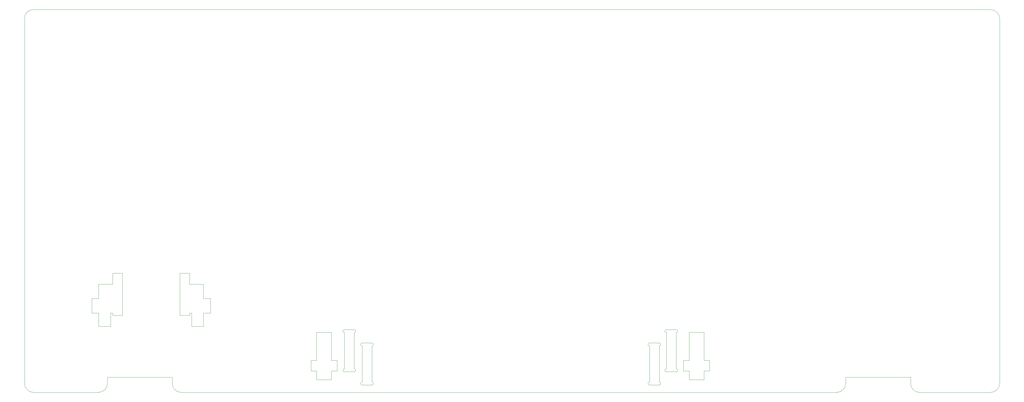
<source format=gm1>
G04 #@! TF.GenerationSoftware,KiCad,Pcbnew,(5.1.10)-1*
G04 #@! TF.CreationDate,2021-11-29T17:25:31-08:00*
G04 #@! TF.ProjectId,AtariChocXE,41746172-6943-4686-9f63-58452e6b6963,E*
G04 #@! TF.SameCoordinates,Original*
G04 #@! TF.FileFunction,Profile,NP*
%FSLAX46Y46*%
G04 Gerber Fmt 4.6, Leading zero omitted, Abs format (unit mm)*
G04 Created by KiCad (PCBNEW (5.1.10)-1) date 2021-11-29 17:25:31*
%MOMM*%
%LPD*%
G01*
G04 APERTURE LIST*
G04 #@! TA.AperFunction,Profile*
%ADD10C,0.050000*%
G04 #@! TD*
G04 #@! TA.AperFunction,Profile*
%ADD11C,0.120000*%
G04 #@! TD*
G04 APERTURE END LIST*
D10*
X325000000Y-152160000D02*
X349060000Y-152160000D01*
X322000000Y-149160000D02*
G75*
G03*
X325000000Y-152160000I3000000J0D01*
G01*
X300100000Y-147060000D02*
X300100000Y-149160000D01*
X322000000Y-147060000D02*
X322000000Y-149160000D01*
X300100000Y-147060000D02*
X322000000Y-147060000D01*
X300100000Y-149160000D02*
G75*
G02*
X297100000Y-152160000I-3000000J0D01*
G01*
X75760000Y-152160000D02*
X297100000Y-152160000D01*
X72760000Y-147060000D02*
X72760000Y-149160000D01*
X72760000Y-149160000D02*
G75*
G03*
X75760000Y-152160000I3000000J0D01*
G01*
X50860000Y-147060000D02*
X72760000Y-147060000D01*
X50860000Y-147060000D02*
X50860000Y-149160000D01*
X50860000Y-149160000D02*
G75*
G02*
X47860000Y-152160000I-3000000J0D01*
G01*
X25860000Y-152160000D02*
X47860000Y-152160000D01*
X352060000Y-149160000D02*
G75*
G02*
X349060000Y-152160000I-3000000J0D01*
G01*
X349060000Y-22860000D02*
G75*
G02*
X352060000Y-25860000I0J-3000000D01*
G01*
X25860000Y-152160000D02*
G75*
G02*
X22860000Y-149160000I0J3000000D01*
G01*
X22860000Y-25860000D02*
G75*
G02*
X25860000Y-22860000I3000000J0D01*
G01*
X352060000Y-25860000D02*
X352060000Y-149160000D01*
X25860000Y-22860000D02*
X349060000Y-22860000D01*
X22860000Y-25860000D02*
X22860000Y-149160000D01*
D11*
X51910000Y-125330000D02*
X51910000Y-129830000D01*
X52610000Y-125330000D02*
X51910000Y-125330000D01*
X52610000Y-111930000D02*
X52610000Y-115630000D01*
X55910000Y-111930000D02*
X55910000Y-126130000D01*
X55910000Y-126130000D02*
X52610000Y-126130000D01*
X47910000Y-115630000D02*
X47910000Y-120430000D01*
X45610000Y-125330000D02*
X45610000Y-120430000D01*
X52610000Y-115630000D02*
X47910000Y-115630000D01*
X51910000Y-129830000D02*
X47910000Y-129830000D01*
X45610000Y-120430000D02*
X47910000Y-120430000D01*
X52610000Y-126130000D02*
X52610000Y-125330000D01*
X47910000Y-129830000D02*
X47910000Y-125330000D01*
X55910000Y-111930000D02*
X52610000Y-111930000D01*
X47910000Y-125330000D02*
X45610000Y-125330000D01*
X78610000Y-125330000D02*
X79310000Y-125330000D01*
X83310000Y-115630000D02*
X83310000Y-120430000D01*
X75310000Y-111930000D02*
X78610000Y-111930000D01*
X85610000Y-120430000D02*
X83310000Y-120430000D01*
X75310000Y-111930000D02*
X75310000Y-126130000D01*
X78610000Y-126130000D02*
X78610000Y-125330000D01*
X79310000Y-129830000D02*
X83310000Y-129830000D01*
X78610000Y-115630000D02*
X83310000Y-115630000D01*
X75310000Y-126130000D02*
X78610000Y-126130000D01*
X85610000Y-125330000D02*
X85610000Y-120430000D01*
X83310000Y-125330000D02*
X85610000Y-125330000D01*
X83310000Y-129830000D02*
X83310000Y-125330000D01*
X78610000Y-111930000D02*
X78610000Y-115630000D01*
X79310000Y-125330000D02*
X79310000Y-129830000D01*
X134160000Y-130980000D02*
G75*
G02*
X134160000Y-131980000I0J-500000D01*
G01*
X130860000Y-145180000D02*
G75*
G02*
X130860000Y-144180000I0J500000D01*
G01*
X136860000Y-149680000D02*
G75*
G02*
X136860000Y-148680000I0J500000D01*
G01*
X239560000Y-131980000D02*
G75*
G02*
X239560000Y-130980000I0J500000D01*
G01*
X237160000Y-148680000D02*
G75*
G02*
X237160000Y-149680000I0J-500000D01*
G01*
X233860000Y-149680000D02*
G75*
G02*
X233860000Y-148680000I0J500000D01*
G01*
X134160000Y-144180000D02*
G75*
G02*
X134160000Y-145180000I0J-500000D01*
G01*
X239560000Y-145180000D02*
G75*
G02*
X239560000Y-144180000I0J500000D01*
G01*
X130860000Y-131980000D02*
G75*
G02*
X130860000Y-130980000I0J500000D01*
G01*
X242860000Y-130980000D02*
G75*
G02*
X242860000Y-131980000I0J-500000D01*
G01*
X140160000Y-135480000D02*
G75*
G02*
X140160000Y-136480000I0J-500000D01*
G01*
X242860000Y-144180000D02*
G75*
G02*
X242860000Y-145180000I0J-500000D01*
G01*
X140160000Y-148680000D02*
G75*
G02*
X140160000Y-149680000I0J-500000D01*
G01*
X237160000Y-135480000D02*
G75*
G02*
X237160000Y-136480000I0J-500000D01*
G01*
X136860000Y-136480000D02*
G75*
G02*
X136860000Y-135480000I0J500000D01*
G01*
X233860000Y-136480000D02*
G75*
G02*
X233860000Y-135480000I0J500000D01*
G01*
X233860000Y-136480000D02*
X233860000Y-148680000D01*
X233860000Y-149680000D02*
X237160000Y-149680000D01*
X140160000Y-136480000D02*
X140160000Y-148680000D01*
X136860000Y-136480000D02*
X136860000Y-148680000D01*
X136860000Y-149680000D02*
X140160000Y-149680000D01*
X247260000Y-147880000D02*
X252260000Y-147880000D01*
X252260000Y-131880000D02*
X247260000Y-131880000D01*
X245360000Y-141380000D02*
X245360000Y-144880000D01*
X252260000Y-131880000D02*
X252260000Y-141380000D01*
X247260000Y-144880000D02*
X247260000Y-147880000D01*
X247260000Y-131880000D02*
X247260000Y-141380000D01*
X252260000Y-144880000D02*
X252260000Y-147880000D01*
X140160000Y-135480000D02*
X136860000Y-135480000D01*
X237160000Y-135480000D02*
X233860000Y-135480000D01*
X237160000Y-136480000D02*
X237160000Y-148680000D01*
X126460000Y-144880000D02*
X126460000Y-147880000D01*
X242860000Y-130980000D02*
X239560000Y-130980000D01*
X252260000Y-141380000D02*
X254160000Y-141380000D01*
X252260000Y-144880000D02*
X254160000Y-144880000D01*
X239560000Y-145180000D02*
X242860000Y-145180000D01*
X134160000Y-130980000D02*
X130860000Y-130980000D01*
X119560000Y-144880000D02*
X121460000Y-144880000D01*
X119560000Y-141380000D02*
X121460000Y-141380000D01*
X121460000Y-144880000D02*
X121460000Y-147880000D01*
X126460000Y-131880000D02*
X126460000Y-141380000D01*
X121460000Y-131880000D02*
X121460000Y-141380000D01*
X126460000Y-131880000D02*
X121460000Y-131880000D01*
X239560000Y-131980000D02*
X239560000Y-144180000D01*
X119560000Y-141380000D02*
X119560000Y-144880000D01*
X130860000Y-131980000D02*
X130860000Y-144180000D01*
X130860000Y-145180000D02*
X134160000Y-145180000D01*
X121460000Y-147880000D02*
X126460000Y-147880000D01*
X245360000Y-144880000D02*
X247260000Y-144880000D01*
X126460000Y-144880000D02*
X128360000Y-144880000D01*
X134160000Y-131980000D02*
X134160000Y-144180000D01*
X242860000Y-131980000D02*
X242860000Y-144180000D01*
X128360000Y-141380000D02*
X128360000Y-144880000D01*
X254160000Y-141380000D02*
X254160000Y-144880000D01*
X126460000Y-141380000D02*
X128360000Y-141380000D01*
X245360000Y-141380000D02*
X247260000Y-141380000D01*
M02*

</source>
